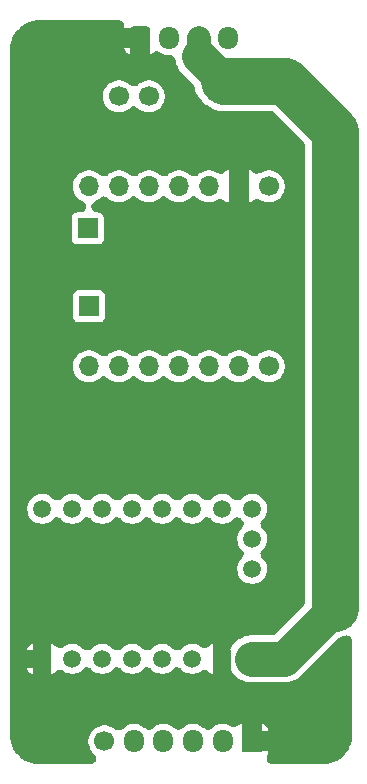
<source format=gbr>
%TF.GenerationSoftware,KiCad,Pcbnew,9.0.0*%
%TF.CreationDate,2025-04-12T21:57:36+03:00*%
%TF.ProjectId,kikad,6b696b61-642e-46b6-9963-61645f706362,rev?*%
%TF.SameCoordinates,Original*%
%TF.FileFunction,Copper,L2,Bot*%
%TF.FilePolarity,Positive*%
%FSLAX46Y46*%
G04 Gerber Fmt 4.6, Leading zero omitted, Abs format (unit mm)*
G04 Created by KiCad (PCBNEW 9.0.0) date 2025-04-12 21:57:36*
%MOMM*%
%LPD*%
G01*
G04 APERTURE LIST*
G04 Aperture macros list*
%AMRoundRect*
0 Rectangle with rounded corners*
0 $1 Rounding radius*
0 $2 $3 $4 $5 $6 $7 $8 $9 X,Y pos of 4 corners*
0 Add a 4 corners polygon primitive as box body*
4,1,4,$2,$3,$4,$5,$6,$7,$8,$9,$2,$3,0*
0 Add four circle primitives for the rounded corners*
1,1,$1+$1,$2,$3*
1,1,$1+$1,$4,$5*
1,1,$1+$1,$6,$7*
1,1,$1+$1,$8,$9*
0 Add four rect primitives between the rounded corners*
20,1,$1+$1,$2,$3,$4,$5,0*
20,1,$1+$1,$4,$5,$6,$7,0*
20,1,$1+$1,$6,$7,$8,$9,0*
20,1,$1+$1,$8,$9,$2,$3,0*%
G04 Aperture macros list end*
%TA.AperFunction,ComponentPad*%
%ADD10R,1.508000X1.508000*%
%TD*%
%TA.AperFunction,ComponentPad*%
%ADD11C,1.508000*%
%TD*%
%TA.AperFunction,ComponentPad*%
%ADD12C,1.700000*%
%TD*%
%TA.AperFunction,ComponentPad*%
%ADD13R,1.700000X1.700000*%
%TD*%
%TA.AperFunction,ComponentPad*%
%ADD14O,1.700000X1.700000*%
%TD*%
%TA.AperFunction,ComponentPad*%
%ADD15RoundRect,0.250000X-0.600000X-0.725000X0.600000X-0.725000X0.600000X0.725000X-0.600000X0.725000X0*%
%TD*%
%TA.AperFunction,ComponentPad*%
%ADD16O,1.700000X1.950000*%
%TD*%
%TA.AperFunction,ComponentPad*%
%ADD17R,1.700000X1.950000*%
%TD*%
%TA.AperFunction,Conductor*%
%ADD18C,4.000000*%
%TD*%
%TA.AperFunction,Conductor*%
%ADD19C,3.000000*%
%TD*%
%TA.AperFunction,Conductor*%
%ADD20C,2.000000*%
%TD*%
%TA.AperFunction,Conductor*%
%ADD21C,0.200000*%
%TD*%
G04 APERTURE END LIST*
D10*
%TO.P,U1,1,GND*%
%TO.N,GND*%
X166220000Y-108585000D03*
D11*
%TO.P,U1,2,VIO*%
%TO.N,+5V*%
X168760000Y-108585000D03*
%TO.P,U1,3,M1B*%
%TO.N,Net-(J2-Pin_1)*%
X171300000Y-108585000D03*
%TO.P,U1,4,M1A*%
%TO.N,Net-(J2-Pin_2)*%
X173840000Y-108585000D03*
%TO.P,U1,5,M2A*%
%TO.N,Net-(J2-Pin_3)*%
X176380000Y-108585000D03*
%TO.P,U1,6,M2B*%
%TO.N,Net-(J2-Pin_4)*%
X178920000Y-108585000D03*
D10*
%TO.P,U1,7,GND*%
%TO.N,GND*%
X181460000Y-108585000D03*
D11*
%TO.P,U1,8,VM*%
%TO.N,+12V*%
X184000000Y-108585000D03*
%TO.P,U1,9,DIR*%
%TO.N,Net-(U1-DIR)*%
X166220000Y-95885000D03*
%TO.P,U1,10,STEP*%
%TO.N,Net-(U1-STEP)*%
X168760000Y-95885000D03*
%TO.P,U1,11,PDN*%
%TO.N,unconnected-(U1-PDN-Pad11)*%
X171300000Y-95885000D03*
%TO.P,U1,12,UART*%
%TO.N,unconnected-(U1-UART-Pad12)*%
X173840000Y-95885000D03*
%TO.P,U1,13,SPRD*%
%TO.N,Net-(U1-SPRD)*%
X176380000Y-95885000D03*
%TO.P,U1,14,MS2*%
%TO.N,unconnected-(U1-MS2-Pad14)*%
X178920000Y-95885000D03*
%TO.P,U1,15,MS1*%
%TO.N,unconnected-(U1-MS1-Pad15)*%
X181460000Y-95885000D03*
%TO.P,U1,16,~{EN}*%
%TO.N,Net-(U1-~{EN})*%
X184000000Y-95885000D03*
%TO.P,U1,17,INDEX*%
%TO.N,unconnected-(U1-INDEX-Pad17)*%
X184000000Y-100965000D03*
%TO.P,U1,18,DIAG*%
%TO.N,unconnected-(U1-DIAG-Pad18)*%
X184000000Y-98425000D03*
%TD*%
D12*
%TO.P,REF\u002A\u002A,1*%
%TO.N,unconnected-(U2-PA5_A9_D9_MISO-Pad10)*%
X175260000Y-60960000D03*
%TD*%
%TO.P,REF\u002A\u002A,1*%
%TO.N,unconnected-(U2-PA7_A8_D8_SCK-Pad9)*%
X172720000Y-60960000D03*
%TD*%
D13*
%TO.P,REF\u002A\u002A,1*%
%TO.N,Net-(U1-SPRD)*%
X170080000Y-72140000D03*
%TD*%
%TO.P,REF\u002A\u002A,1*%
%TO.N,Net-(U2-PB08_A6_D6_TX)*%
X170180000Y-78740000D03*
%TD*%
D14*
%TO.P,U2,7,PB08_A6_D6_TX*%
%TO.N,Net-(U1-SPRD)*%
X170180000Y-68580000D03*
D12*
%TO.P,U2,0*%
%TO.N,Net-(J2-Pin_5)*%
X185420000Y-83820000D03*
D14*
%TO.P,U2,1,PA02_A0_D0*%
%TO.N,Net-(U1-~{EN})*%
X182880000Y-83820000D03*
%TO.P,U2,2,PA4_A1_D1*%
%TO.N,unconnected-(U1-MS1-Pad15)*%
X180340000Y-83820000D03*
%TO.P,U2,3,PA10_A2_D2*%
%TO.N,unconnected-(U1-MS2-Pad14)*%
X177800000Y-83820000D03*
%TO.P,U2,4,PA11_A3_D3*%
%TO.N,Net-(U1-STEP)*%
X175260000Y-83820000D03*
%TO.P,U2,5,PA8_A4_D4_SDA*%
%TO.N,Net-(U1-DIR)*%
X172720000Y-83820000D03*
%TO.P,U2,6,PA9_A5_D5_SCL*%
%TO.N,Net-(U2-PB08_A6_D6_TX)*%
X170180000Y-83820000D03*
%TO.P,U2,8,PB09_A7_D7_RX*%
%TO.N,unconnected-(U2-PA7_A8_D8_SCK-Pad9)*%
X172720000Y-68580000D03*
%TO.P,U2,9,PA7_A8_D8_SCK*%
%TO.N,unconnected-(U2-PA5_A9_D9_MISO-Pad10)*%
X175260000Y-68580000D03*
%TO.P,U2,10,PA5_A9_D9_MISO*%
%TO.N,Net-(D1-K)*%
X177800000Y-68580000D03*
%TO.P,U2,11,PA6_A10_D10_MOSI*%
%TO.N,N/C*%
X180340000Y-68580000D03*
D13*
%TO.P,U2,12,3V3*%
%TO.N,GND*%
X182880000Y-68580000D03*
D12*
%TO.P,U2,13,GND*%
%TO.N,+5V*%
X185420000Y-68580000D03*
%TD*%
D15*
%TO.P,J1,1,Pin_1*%
%TO.N,GND*%
X174500000Y-56000000D03*
D16*
%TO.P,J1,2,Pin_2*%
%TO.N,+5V*%
X177000000Y-56000000D03*
%TO.P,J1,3,Pin_3*%
%TO.N,+12V*%
X179500000Y-56000000D03*
%TO.P,J1,4,Pin_4*%
%TO.N,Net-(D1-K)*%
X182000000Y-56000000D03*
%TD*%
D12*
%TO.P,J2,1,Pin_1*%
%TO.N,Net-(J2-Pin_1)*%
X171500000Y-115570000D03*
D16*
%TO.P,J2,2,Pin_2*%
%TO.N,Net-(J2-Pin_2)*%
X174000000Y-115570000D03*
%TO.P,J2,3,Pin_3*%
%TO.N,Net-(J2-Pin_3)*%
X176500000Y-115570000D03*
%TO.P,J2,4,Pin_4*%
%TO.N,Net-(J2-Pin_4)*%
X179000000Y-115570000D03*
%TO.P,J2,5,Pin_5*%
%TO.N,Net-(J2-Pin_5)*%
X181500000Y-115570000D03*
D17*
%TO.P,J2,6,Pin_6*%
%TO.N,GND*%
X184000000Y-115570000D03*
%TD*%
D18*
%TO.N,+12V*%
X190999000Y-63884000D02*
X190999000Y-104276000D01*
D19*
X181610000Y-59690000D02*
X179500000Y-57580000D01*
D20*
X179500000Y-57580000D02*
X179500000Y-56000000D01*
D19*
X190999000Y-104276000D02*
X186690000Y-108585000D01*
D18*
X186805000Y-59690000D02*
X190999000Y-63884000D01*
X181610000Y-59690000D02*
X186805000Y-59690000D01*
D19*
X186690000Y-108585000D02*
X184000000Y-108585000D01*
D21*
X180380000Y-60920000D02*
X180340000Y-60960000D01*
%TD*%
%TA.AperFunction,Conductor*%
%TO.N,GND*%
G36*
X172817063Y-54520713D02*
G01*
X172946258Y-54579714D01*
X173053597Y-54672724D01*
X173130384Y-54792208D01*
X173170399Y-54928485D01*
X173170399Y-55070515D01*
X173164420Y-55103966D01*
X173160493Y-55122304D01*
X173157663Y-55149999D01*
X173157664Y-55150000D01*
X174001000Y-55150000D01*
X174141585Y-55170213D01*
X174270780Y-55229214D01*
X174378119Y-55322224D01*
X174454906Y-55441708D01*
X174479363Y-55525000D01*
X174437465Y-55525000D01*
X174316657Y-55557370D01*
X174208343Y-55619905D01*
X174119905Y-55708343D01*
X174057370Y-55816657D01*
X174025000Y-55937465D01*
X174025000Y-56062535D01*
X174057370Y-56183343D01*
X174119905Y-56291657D01*
X174208343Y-56380095D01*
X174316657Y-56442630D01*
X174437465Y-56475000D01*
X174562535Y-56475000D01*
X174683343Y-56442630D01*
X174791657Y-56380095D01*
X174880095Y-56291657D01*
X174942630Y-56183343D01*
X174975000Y-56062535D01*
X174975000Y-56017828D01*
X174991585Y-56020213D01*
X175120780Y-56079214D01*
X175228119Y-56172224D01*
X175304906Y-56291708D01*
X175344921Y-56427985D01*
X175350000Y-56499000D01*
X175350000Y-57432260D01*
X175419122Y-57409356D01*
X175568344Y-57317315D01*
X175593162Y-57292498D01*
X175706862Y-57207381D01*
X175839937Y-57157745D01*
X175981605Y-57147611D01*
X176120389Y-57177800D01*
X176239313Y-57241638D01*
X176292184Y-57280051D01*
X176481588Y-57376557D01*
X176481593Y-57376558D01*
X176481596Y-57376560D01*
X176683746Y-57442243D01*
X176683753Y-57442244D01*
X176683757Y-57442246D01*
X176683759Y-57442246D01*
X176683762Y-57442247D01*
X176893713Y-57475500D01*
X177030869Y-57475500D01*
X177171454Y-57495713D01*
X177300649Y-57554714D01*
X177407988Y-57647724D01*
X177484775Y-57767208D01*
X177524790Y-57903485D01*
X177525600Y-57909370D01*
X177533728Y-57971113D01*
X177601599Y-58224412D01*
X177601602Y-58224419D01*
X177701957Y-58466697D01*
X177701959Y-58466700D01*
X177701963Y-58466710D01*
X177833069Y-58693791D01*
X177833073Y-58693798D01*
X177992719Y-58901853D01*
X179021715Y-59930849D01*
X179106831Y-60044550D01*
X179155358Y-60172658D01*
X179203436Y-60383304D01*
X179203438Y-60383313D01*
X179203440Y-60383318D01*
X179296199Y-60648408D01*
X179361570Y-60784152D01*
X179418056Y-60901447D01*
X179462744Y-60972568D01*
X179567477Y-61139248D01*
X179567479Y-61139251D01*
X179567482Y-61139255D01*
X179742574Y-61358814D01*
X179742585Y-61358826D01*
X179941173Y-61557414D01*
X179941185Y-61557425D01*
X180079613Y-61667817D01*
X180160752Y-61732523D01*
X180398555Y-61881945D01*
X180651592Y-62003801D01*
X180916682Y-62096560D01*
X180916691Y-62096562D01*
X181190486Y-62159054D01*
X181190496Y-62159056D01*
X181418147Y-62184705D01*
X181469575Y-62190500D01*
X185562567Y-62190500D01*
X185703152Y-62210713D01*
X185832347Y-62269714D01*
X185915413Y-62336654D01*
X188352346Y-64773587D01*
X188437462Y-64887288D01*
X188487096Y-65020363D01*
X188498500Y-65126433D01*
X188498500Y-103740674D01*
X188478287Y-103881259D01*
X188419286Y-104010454D01*
X188352346Y-104093520D01*
X186007520Y-106438346D01*
X185893819Y-106523462D01*
X185760744Y-106573096D01*
X185654674Y-106584500D01*
X183868880Y-106584500D01*
X183834651Y-106589006D01*
X183608885Y-106618729D01*
X183416063Y-106670396D01*
X183355581Y-106686602D01*
X183355579Y-106686602D01*
X183355578Y-106686603D01*
X183113305Y-106786955D01*
X182886204Y-106918071D01*
X182886189Y-106918081D01*
X182678148Y-107077717D01*
X182604104Y-107151761D01*
X182604099Y-107151767D01*
X182492718Y-107263149D01*
X182333076Y-107471197D01*
X182201957Y-107698303D01*
X182107021Y-107927499D01*
X182101602Y-107940581D01*
X182033729Y-108193885D01*
X181999500Y-108453881D01*
X181999500Y-108716118D01*
X182033729Y-108976114D01*
X182062905Y-109085000D01*
X182101602Y-109229419D01*
X182201957Y-109471697D01*
X182333076Y-109698803D01*
X182492718Y-109906851D01*
X182678149Y-110092282D01*
X182886197Y-110251924D01*
X182886204Y-110251928D01*
X183113305Y-110383044D01*
X183158052Y-110401578D01*
X183355581Y-110483398D01*
X183608884Y-110551270D01*
X183868880Y-110585500D01*
X183868881Y-110585500D01*
X186821119Y-110585500D01*
X186821120Y-110585500D01*
X186951118Y-110568385D01*
X187081116Y-110551271D01*
X187334419Y-110483398D01*
X187576697Y-110383043D01*
X187803803Y-110251924D01*
X187894131Y-110182611D01*
X188011851Y-110092283D01*
X191239851Y-106864281D01*
X191285260Y-106830288D01*
X191328647Y-106793715D01*
X191340820Y-106788697D01*
X191353548Y-106779169D01*
X191458633Y-106736476D01*
X191470060Y-106733288D01*
X191692318Y-106682560D01*
X191850920Y-106627062D01*
X191866440Y-106622734D01*
X191921043Y-106615639D01*
X191975061Y-106605038D01*
X191991205Y-106606524D01*
X192007286Y-106604435D01*
X192061676Y-106613011D01*
X192116493Y-106618058D01*
X192131563Y-106624031D01*
X192147583Y-106626558D01*
X192197354Y-106650111D01*
X192248528Y-106670396D01*
X192261305Y-106680374D01*
X192275964Y-106687311D01*
X192317081Y-106723931D01*
X192360469Y-106757813D01*
X192369919Y-106770988D01*
X192382028Y-106781773D01*
X192411162Y-106828491D01*
X192443248Y-106873226D01*
X192448602Y-106888528D01*
X192457184Y-106902289D01*
X192471976Y-106955327D01*
X192490158Y-107007286D01*
X192492131Y-107027592D01*
X192495341Y-107039098D01*
X192495084Y-107057964D01*
X192499500Y-107103389D01*
X192499500Y-114984915D01*
X192498590Y-115015044D01*
X192483098Y-115271158D01*
X192475834Y-115330978D01*
X192432310Y-115568476D01*
X192417890Y-115626980D01*
X192346052Y-115857518D01*
X192324684Y-115913861D01*
X192225586Y-116134048D01*
X192197583Y-116187404D01*
X192072661Y-116394050D01*
X192038431Y-116443640D01*
X191995481Y-116498462D01*
X191889516Y-116633717D01*
X191849557Y-116678820D01*
X191678820Y-116849557D01*
X191633717Y-116889516D01*
X191443641Y-117038431D01*
X191394050Y-117072661D01*
X191187404Y-117197583D01*
X191134048Y-117225586D01*
X190913861Y-117324684D01*
X190857518Y-117346052D01*
X190626980Y-117417890D01*
X190568476Y-117432310D01*
X190384446Y-117466035D01*
X190330975Y-117475834D01*
X190271158Y-117483098D01*
X190015044Y-117498590D01*
X189984915Y-117499500D01*
X185745367Y-117499500D01*
X185604782Y-117479287D01*
X185475587Y-117420286D01*
X185368248Y-117327276D01*
X185291461Y-117207792D01*
X185251446Y-117071515D01*
X185251446Y-116929485D01*
X185283185Y-116821390D01*
X185280880Y-116820530D01*
X185343597Y-116652374D01*
X185350000Y-116592824D01*
X185350000Y-116420000D01*
X184499000Y-116420000D01*
X184358415Y-116399787D01*
X184229220Y-116340786D01*
X184121881Y-116247776D01*
X184045094Y-116128292D01*
X184020637Y-116045000D01*
X184062535Y-116045000D01*
X184183343Y-116012630D01*
X184291657Y-115950095D01*
X184380095Y-115861657D01*
X184442630Y-115753343D01*
X184475000Y-115632535D01*
X184475000Y-115507465D01*
X184442630Y-115386657D01*
X184380095Y-115278343D01*
X184291657Y-115189905D01*
X184183343Y-115127370D01*
X184062535Y-115095000D01*
X183937465Y-115095000D01*
X183816657Y-115127370D01*
X183708343Y-115189905D01*
X183619905Y-115278343D01*
X183557370Y-115386657D01*
X183525000Y-115507465D01*
X183525000Y-115552171D01*
X183508415Y-115549787D01*
X183379220Y-115490786D01*
X183271881Y-115397776D01*
X183195094Y-115278292D01*
X183155079Y-115142015D01*
X183150000Y-115071000D01*
X183150000Y-114720000D01*
X184850000Y-114720000D01*
X185350000Y-114720000D01*
X185350000Y-114547175D01*
X185343597Y-114487625D01*
X185293352Y-114352910D01*
X185293351Y-114352909D01*
X185207188Y-114237811D01*
X185092090Y-114151648D01*
X185092089Y-114151647D01*
X184957374Y-114101402D01*
X184897825Y-114095000D01*
X184850000Y-114095000D01*
X184850000Y-114720000D01*
X183150000Y-114720000D01*
X183150000Y-114095000D01*
X183102175Y-114095000D01*
X183042625Y-114101402D01*
X182907910Y-114151647D01*
X182907909Y-114151648D01*
X182764244Y-114259197D01*
X182761402Y-114255401D01*
X182702539Y-114299438D01*
X182569449Y-114349033D01*
X182427777Y-114359123D01*
X182289002Y-114328891D01*
X182225700Y-114298036D01*
X182225286Y-114298850D01*
X182105489Y-114237811D01*
X182018412Y-114193443D01*
X182018409Y-114193442D01*
X182018403Y-114193439D01*
X181816253Y-114127756D01*
X181816237Y-114127752D01*
X181606287Y-114094500D01*
X181393713Y-114094500D01*
X181183762Y-114127752D01*
X181183746Y-114127756D01*
X180981596Y-114193439D01*
X180981588Y-114193443D01*
X180792192Y-114289944D01*
X180792182Y-114289950D01*
X180620205Y-114414898D01*
X180602846Y-114432257D01*
X180489145Y-114517373D01*
X180356070Y-114567007D01*
X180214402Y-114577140D01*
X180075617Y-114546949D01*
X179950960Y-114478881D01*
X179897154Y-114432257D01*
X179879799Y-114414902D01*
X179879794Y-114414898D01*
X179879792Y-114414896D01*
X179707816Y-114289949D01*
X179707811Y-114289946D01*
X179707807Y-114289944D01*
X179605489Y-114237811D01*
X179518412Y-114193443D01*
X179518409Y-114193442D01*
X179518403Y-114193439D01*
X179316253Y-114127756D01*
X179316237Y-114127752D01*
X179106287Y-114094500D01*
X178893713Y-114094500D01*
X178683762Y-114127752D01*
X178683746Y-114127756D01*
X178481596Y-114193439D01*
X178481588Y-114193443D01*
X178292192Y-114289944D01*
X178292182Y-114289950D01*
X178120205Y-114414898D01*
X178102846Y-114432257D01*
X177989145Y-114517373D01*
X177856070Y-114567007D01*
X177714402Y-114577140D01*
X177575617Y-114546949D01*
X177450960Y-114478881D01*
X177397154Y-114432257D01*
X177379799Y-114414902D01*
X177379794Y-114414898D01*
X177379792Y-114414896D01*
X177207816Y-114289949D01*
X177207811Y-114289946D01*
X177207807Y-114289944D01*
X177105489Y-114237811D01*
X177018412Y-114193443D01*
X177018409Y-114193442D01*
X177018403Y-114193439D01*
X176816253Y-114127756D01*
X176816237Y-114127752D01*
X176606287Y-114094500D01*
X176393713Y-114094500D01*
X176183762Y-114127752D01*
X176183746Y-114127756D01*
X175981596Y-114193439D01*
X175981588Y-114193443D01*
X175792192Y-114289944D01*
X175792182Y-114289950D01*
X175620205Y-114414898D01*
X175602846Y-114432257D01*
X175489145Y-114517373D01*
X175356070Y-114567007D01*
X175214402Y-114577140D01*
X175075617Y-114546949D01*
X174950960Y-114478881D01*
X174897154Y-114432257D01*
X174879799Y-114414902D01*
X174879794Y-114414898D01*
X174879792Y-114414896D01*
X174707816Y-114289949D01*
X174707811Y-114289946D01*
X174707807Y-114289944D01*
X174605489Y-114237811D01*
X174518412Y-114193443D01*
X174518409Y-114193442D01*
X174518403Y-114193439D01*
X174316253Y-114127756D01*
X174316237Y-114127752D01*
X174106287Y-114094500D01*
X173893713Y-114094500D01*
X173683762Y-114127752D01*
X173683746Y-114127756D01*
X173481596Y-114193439D01*
X173481588Y-114193443D01*
X173292192Y-114289944D01*
X173292182Y-114289950D01*
X173120205Y-114414898D01*
X173120200Y-114414902D01*
X173037592Y-114497510D01*
X172923891Y-114582625D01*
X172790816Y-114632259D01*
X172649147Y-114642390D01*
X172510363Y-114612199D01*
X172391444Y-114548362D01*
X172379793Y-114539897D01*
X172379792Y-114539896D01*
X172207816Y-114414949D01*
X172207811Y-114414946D01*
X172207807Y-114414944D01*
X172038917Y-114328891D01*
X172018412Y-114318443D01*
X172018409Y-114318442D01*
X172018403Y-114318439D01*
X171816253Y-114252756D01*
X171816237Y-114252752D01*
X171606287Y-114219500D01*
X171393713Y-114219500D01*
X171183762Y-114252752D01*
X171183746Y-114252756D01*
X170981596Y-114318439D01*
X170981588Y-114318443D01*
X170792192Y-114414944D01*
X170792182Y-114414950D01*
X170620205Y-114539898D01*
X170469898Y-114690205D01*
X170344950Y-114862182D01*
X170344944Y-114862192D01*
X170248443Y-115051588D01*
X170248439Y-115051596D01*
X170182756Y-115253746D01*
X170182752Y-115253762D01*
X170149500Y-115463712D01*
X170149500Y-115676287D01*
X170182752Y-115886237D01*
X170182756Y-115886253D01*
X170248439Y-116088403D01*
X170248442Y-116088409D01*
X170248443Y-116088412D01*
X170268763Y-116128292D01*
X170312133Y-116213412D01*
X170344949Y-116277816D01*
X170469896Y-116449792D01*
X170469898Y-116449794D01*
X170469902Y-116449799D01*
X170620201Y-116600098D01*
X170635110Y-116612831D01*
X170633770Y-116614399D01*
X170717514Y-116695784D01*
X170787356Y-116819456D01*
X170819526Y-116957795D01*
X170811419Y-117099594D01*
X170763690Y-117233364D01*
X170680208Y-117348270D01*
X170567734Y-117435001D01*
X170435382Y-117486531D01*
X170322357Y-117499500D01*
X166015085Y-117499500D01*
X165984956Y-117498590D01*
X165728841Y-117483098D01*
X165669026Y-117475834D01*
X165562410Y-117456296D01*
X165431523Y-117432310D01*
X165373019Y-117417890D01*
X165142481Y-117346052D01*
X165086138Y-117324684D01*
X164865951Y-117225586D01*
X164812595Y-117197583D01*
X164605949Y-117072661D01*
X164556367Y-117038437D01*
X164366275Y-116889510D01*
X164321179Y-116849557D01*
X164150442Y-116678820D01*
X164110490Y-116633725D01*
X163961559Y-116443629D01*
X163927338Y-116394050D01*
X163857073Y-116277817D01*
X163802412Y-116187396D01*
X163774417Y-116134056D01*
X163675312Y-115913854D01*
X163653947Y-115857518D01*
X163582109Y-115626980D01*
X163567689Y-115568476D01*
X163557752Y-115514250D01*
X163524162Y-115330958D01*
X163516902Y-115271168D01*
X163501410Y-115015042D01*
X163500500Y-114984915D01*
X163500500Y-109386824D01*
X164966000Y-109386824D01*
X164972402Y-109446374D01*
X165022647Y-109581089D01*
X165022648Y-109581090D01*
X165108811Y-109696188D01*
X165223909Y-109782351D01*
X165223910Y-109782352D01*
X165358625Y-109832597D01*
X165418175Y-109839000D01*
X165466000Y-109839000D01*
X165466000Y-109339000D01*
X164966000Y-109339000D01*
X164966000Y-109386824D01*
X163500500Y-109386824D01*
X163500500Y-108519174D01*
X165720000Y-108519174D01*
X165720000Y-108650826D01*
X165754075Y-108777993D01*
X165819901Y-108892007D01*
X165912993Y-108985099D01*
X166027007Y-109050925D01*
X166154174Y-109085000D01*
X166285826Y-109085000D01*
X166412993Y-109050925D01*
X166527007Y-108985099D01*
X166620099Y-108892007D01*
X166685925Y-108777993D01*
X166720000Y-108650826D01*
X166720000Y-108519174D01*
X166685925Y-108392007D01*
X166620099Y-108277993D01*
X166527007Y-108184901D01*
X166412993Y-108119075D01*
X166285826Y-108085000D01*
X166154174Y-108085000D01*
X166027007Y-108119075D01*
X165912993Y-108184901D01*
X165819901Y-108277993D01*
X165754075Y-108392007D01*
X165720000Y-108519174D01*
X163500500Y-108519174D01*
X163500500Y-107783175D01*
X164966000Y-107783175D01*
X164966000Y-107831000D01*
X165466000Y-107831000D01*
X165466000Y-107331000D01*
X166974000Y-107331000D01*
X166974000Y-109839000D01*
X167021825Y-109839000D01*
X167081374Y-109832597D01*
X167216089Y-109782352D01*
X167216090Y-109782351D01*
X167331191Y-109696186D01*
X167356424Y-109670954D01*
X167357185Y-109671715D01*
X167427079Y-109601820D01*
X167551736Y-109533751D01*
X167690520Y-109503560D01*
X167832188Y-109513691D01*
X167965264Y-109563324D01*
X168019427Y-109597589D01*
X168096401Y-109653514D01*
X168102499Y-109657944D01*
X168278439Y-109747591D01*
X168466237Y-109808610D01*
X168661269Y-109839500D01*
X168661270Y-109839500D01*
X168858730Y-109839500D01*
X168858731Y-109839500D01*
X169053763Y-109808610D01*
X169241561Y-109747591D01*
X169417501Y-109657944D01*
X169577252Y-109541879D01*
X169577256Y-109541874D01*
X169577259Y-109541873D01*
X169677154Y-109441978D01*
X169790855Y-109356862D01*
X169923930Y-109307228D01*
X170065598Y-109297095D01*
X170204383Y-109327286D01*
X170329040Y-109395354D01*
X170382846Y-109441978D01*
X170482741Y-109541873D01*
X170482745Y-109541876D01*
X170482748Y-109541879D01*
X170536718Y-109581090D01*
X170642494Y-109657941D01*
X170642496Y-109657942D01*
X170642499Y-109657944D01*
X170818439Y-109747591D01*
X171006237Y-109808610D01*
X171201269Y-109839500D01*
X171201270Y-109839500D01*
X171398730Y-109839500D01*
X171398731Y-109839500D01*
X171593763Y-109808610D01*
X171781561Y-109747591D01*
X171957501Y-109657944D01*
X172117252Y-109541879D01*
X172117256Y-109541874D01*
X172117259Y-109541873D01*
X172217154Y-109441978D01*
X172330855Y-109356862D01*
X172463930Y-109307228D01*
X172605598Y-109297095D01*
X172744383Y-109327286D01*
X172869040Y-109395354D01*
X172922846Y-109441978D01*
X173022741Y-109541873D01*
X173022745Y-109541876D01*
X173022748Y-109541879D01*
X173076718Y-109581090D01*
X173182494Y-109657941D01*
X173182496Y-109657942D01*
X173182499Y-109657944D01*
X173358439Y-109747591D01*
X173546237Y-109808610D01*
X173741269Y-109839500D01*
X173741270Y-109839500D01*
X173938730Y-109839500D01*
X173938731Y-109839500D01*
X174133763Y-109808610D01*
X174321561Y-109747591D01*
X174497501Y-109657944D01*
X174657252Y-109541879D01*
X174657256Y-109541874D01*
X174657259Y-109541873D01*
X174757154Y-109441978D01*
X174870855Y-109356862D01*
X175003930Y-109307228D01*
X175145598Y-109297095D01*
X175284383Y-109327286D01*
X175409040Y-109395354D01*
X175462846Y-109441978D01*
X175562741Y-109541873D01*
X175562745Y-109541876D01*
X175562748Y-109541879D01*
X175616718Y-109581090D01*
X175722494Y-109657941D01*
X175722496Y-109657942D01*
X175722499Y-109657944D01*
X175898439Y-109747591D01*
X176086237Y-109808610D01*
X176281269Y-109839500D01*
X176281270Y-109839500D01*
X176478730Y-109839500D01*
X176478731Y-109839500D01*
X176673763Y-109808610D01*
X176861561Y-109747591D01*
X177037501Y-109657944D01*
X177197252Y-109541879D01*
X177197256Y-109541874D01*
X177197259Y-109541873D01*
X177297154Y-109441978D01*
X177410855Y-109356862D01*
X177543930Y-109307228D01*
X177685598Y-109297095D01*
X177824383Y-109327286D01*
X177949040Y-109395354D01*
X178002846Y-109441978D01*
X178102741Y-109541873D01*
X178102745Y-109541876D01*
X178102748Y-109541879D01*
X178156718Y-109581090D01*
X178262494Y-109657941D01*
X178262496Y-109657942D01*
X178262499Y-109657944D01*
X178438439Y-109747591D01*
X178626237Y-109808610D01*
X178821269Y-109839500D01*
X178821270Y-109839500D01*
X179018730Y-109839500D01*
X179018731Y-109839500D01*
X179213763Y-109808610D01*
X179401561Y-109747591D01*
X179577501Y-109657944D01*
X179660576Y-109597586D01*
X179786185Y-109531309D01*
X179925386Y-109503102D01*
X180066896Y-109515255D01*
X180199249Y-109566784D01*
X180311724Y-109653514D01*
X180344436Y-109691814D01*
X180348808Y-109696186D01*
X180463909Y-109782351D01*
X180463910Y-109782352D01*
X180598625Y-109832597D01*
X180658175Y-109839000D01*
X180706000Y-109839000D01*
X180706000Y-108519174D01*
X180960000Y-108519174D01*
X180960000Y-108650826D01*
X180994075Y-108777993D01*
X181059901Y-108892007D01*
X181152993Y-108985099D01*
X181267007Y-109050925D01*
X181394174Y-109085000D01*
X181525826Y-109085000D01*
X181652993Y-109050925D01*
X181767007Y-108985099D01*
X181860099Y-108892007D01*
X181925925Y-108777993D01*
X181960000Y-108650826D01*
X181960000Y-108519174D01*
X181925925Y-108392007D01*
X181860099Y-108277993D01*
X181767007Y-108184901D01*
X181652993Y-108119075D01*
X181525826Y-108085000D01*
X181394174Y-108085000D01*
X181267007Y-108119075D01*
X181152993Y-108184901D01*
X181059901Y-108277993D01*
X180994075Y-108392007D01*
X180960000Y-108519174D01*
X180706000Y-108519174D01*
X180706000Y-107331000D01*
X180658175Y-107331000D01*
X180598625Y-107337402D01*
X180463910Y-107387647D01*
X180463909Y-107387648D01*
X180348808Y-107473813D01*
X180323576Y-107499046D01*
X180322814Y-107498284D01*
X180252900Y-107568194D01*
X180128240Y-107636256D01*
X179989454Y-107666441D01*
X179847786Y-107656303D01*
X179714713Y-107606663D01*
X179660581Y-107572416D01*
X179577501Y-107512056D01*
X179401561Y-107422409D01*
X179213763Y-107361390D01*
X179213760Y-107361389D01*
X179062309Y-107337402D01*
X179018731Y-107330500D01*
X178821269Y-107330500D01*
X178784566Y-107336313D01*
X178626239Y-107361389D01*
X178438442Y-107422408D01*
X178438439Y-107422409D01*
X178352026Y-107466439D01*
X178262494Y-107512058D01*
X178102745Y-107628123D01*
X178002846Y-107728022D01*
X177889145Y-107813138D01*
X177756070Y-107862772D01*
X177614402Y-107872905D01*
X177475617Y-107842714D01*
X177350960Y-107774646D01*
X177297154Y-107728022D01*
X177197259Y-107628127D01*
X177197254Y-107628123D01*
X177197252Y-107628121D01*
X177114769Y-107568194D01*
X177037505Y-107512058D01*
X177010472Y-107498284D01*
X176861561Y-107422409D01*
X176673763Y-107361390D01*
X176673760Y-107361389D01*
X176522309Y-107337402D01*
X176478731Y-107330500D01*
X176281269Y-107330500D01*
X176244566Y-107336313D01*
X176086239Y-107361389D01*
X175898442Y-107422408D01*
X175898439Y-107422409D01*
X175812026Y-107466439D01*
X175722494Y-107512058D01*
X175562745Y-107628123D01*
X175462846Y-107728022D01*
X175349145Y-107813138D01*
X175216070Y-107862772D01*
X175074402Y-107872905D01*
X174935617Y-107842714D01*
X174810960Y-107774646D01*
X174757154Y-107728022D01*
X174657259Y-107628127D01*
X174657254Y-107628123D01*
X174657252Y-107628121D01*
X174574769Y-107568194D01*
X174497505Y-107512058D01*
X174470472Y-107498284D01*
X174321561Y-107422409D01*
X174133763Y-107361390D01*
X174133760Y-107361389D01*
X173982309Y-107337402D01*
X173938731Y-107330500D01*
X173741269Y-107330500D01*
X173704566Y-107336313D01*
X173546239Y-107361389D01*
X173358442Y-107422408D01*
X173358439Y-107422409D01*
X173272026Y-107466439D01*
X173182494Y-107512058D01*
X173022745Y-107628123D01*
X172922846Y-107728022D01*
X172809145Y-107813138D01*
X172676070Y-107862772D01*
X172534402Y-107872905D01*
X172395617Y-107842714D01*
X172270960Y-107774646D01*
X172217154Y-107728022D01*
X172117259Y-107628127D01*
X172117254Y-107628123D01*
X172117252Y-107628121D01*
X172034769Y-107568194D01*
X171957505Y-107512058D01*
X171930472Y-107498284D01*
X171781561Y-107422409D01*
X171593763Y-107361390D01*
X171593760Y-107361389D01*
X171442309Y-107337402D01*
X171398731Y-107330500D01*
X171201269Y-107330500D01*
X171164566Y-107336313D01*
X171006239Y-107361389D01*
X170818442Y-107422408D01*
X170818439Y-107422409D01*
X170732026Y-107466439D01*
X170642494Y-107512058D01*
X170482745Y-107628123D01*
X170382846Y-107728022D01*
X170269145Y-107813138D01*
X170136070Y-107862772D01*
X169994402Y-107872905D01*
X169855617Y-107842714D01*
X169730960Y-107774646D01*
X169677154Y-107728022D01*
X169577259Y-107628127D01*
X169577254Y-107628123D01*
X169577252Y-107628121D01*
X169494769Y-107568194D01*
X169417505Y-107512058D01*
X169390472Y-107498284D01*
X169241561Y-107422409D01*
X169053763Y-107361390D01*
X169053760Y-107361389D01*
X168902309Y-107337402D01*
X168858731Y-107330500D01*
X168661269Y-107330500D01*
X168624566Y-107336313D01*
X168466239Y-107361389D01*
X168278442Y-107422408D01*
X168278439Y-107422409D01*
X168168972Y-107478186D01*
X168102495Y-107512058D01*
X168019425Y-107572412D01*
X167893808Y-107638692D01*
X167754607Y-107666897D01*
X167613098Y-107654742D01*
X167480745Y-107603212D01*
X167368271Y-107516481D01*
X167335564Y-107478186D01*
X167331191Y-107473813D01*
X167216090Y-107387648D01*
X167216089Y-107387647D01*
X167081374Y-107337402D01*
X167021825Y-107331000D01*
X166974000Y-107331000D01*
X165466000Y-107331000D01*
X165418175Y-107331000D01*
X165358625Y-107337402D01*
X165223910Y-107387647D01*
X165223909Y-107387648D01*
X165108811Y-107473811D01*
X165022648Y-107588909D01*
X165022647Y-107588910D01*
X164972402Y-107723625D01*
X164966000Y-107783175D01*
X163500500Y-107783175D01*
X163500500Y-95786269D01*
X164965500Y-95786269D01*
X164965500Y-95983730D01*
X164996389Y-96178760D01*
X164996390Y-96178763D01*
X165057409Y-96366561D01*
X165143882Y-96536271D01*
X165147058Y-96542505D01*
X165203142Y-96619698D01*
X165263121Y-96702252D01*
X165263123Y-96702254D01*
X165263127Y-96702259D01*
X165402741Y-96841873D01*
X165402745Y-96841876D01*
X165402748Y-96841879D01*
X165492937Y-96907405D01*
X165562494Y-96957941D01*
X165562496Y-96957942D01*
X165562499Y-96957944D01*
X165738439Y-97047591D01*
X165926237Y-97108610D01*
X166121269Y-97139500D01*
X166121270Y-97139500D01*
X166318730Y-97139500D01*
X166318731Y-97139500D01*
X166513763Y-97108610D01*
X166701561Y-97047591D01*
X166877501Y-96957944D01*
X167037252Y-96841879D01*
X167037256Y-96841874D01*
X167037259Y-96841873D01*
X167137154Y-96741978D01*
X167250855Y-96656862D01*
X167383930Y-96607228D01*
X167525598Y-96597095D01*
X167664383Y-96627286D01*
X167789040Y-96695354D01*
X167842846Y-96741978D01*
X167942741Y-96841873D01*
X167942745Y-96841876D01*
X167942748Y-96841879D01*
X168032937Y-96907405D01*
X168102494Y-96957941D01*
X168102496Y-96957942D01*
X168102499Y-96957944D01*
X168278439Y-97047591D01*
X168466237Y-97108610D01*
X168661269Y-97139500D01*
X168661270Y-97139500D01*
X168858730Y-97139500D01*
X168858731Y-97139500D01*
X169053763Y-97108610D01*
X169241561Y-97047591D01*
X169417501Y-96957944D01*
X169577252Y-96841879D01*
X169577256Y-96841874D01*
X169577259Y-96841873D01*
X169677154Y-96741978D01*
X169790855Y-96656862D01*
X169923930Y-96607228D01*
X170065598Y-96597095D01*
X170204383Y-96627286D01*
X170329040Y-96695354D01*
X170382846Y-96741978D01*
X170482741Y-96841873D01*
X170482745Y-96841876D01*
X170482748Y-96841879D01*
X170572937Y-96907405D01*
X170642494Y-96957941D01*
X170642496Y-96957942D01*
X170642499Y-96957944D01*
X170818439Y-97047591D01*
X171006237Y-97108610D01*
X171201269Y-97139500D01*
X171201270Y-97139500D01*
X171398730Y-97139500D01*
X171398731Y-97139500D01*
X171593763Y-97108610D01*
X171781561Y-97047591D01*
X171957501Y-96957944D01*
X172117252Y-96841879D01*
X172117256Y-96841874D01*
X172117259Y-96841873D01*
X172217154Y-96741978D01*
X172330855Y-96656862D01*
X172463930Y-96607228D01*
X172605598Y-96597095D01*
X172744383Y-96627286D01*
X172869040Y-96695354D01*
X172922846Y-96741978D01*
X173022741Y-96841873D01*
X173022745Y-96841876D01*
X173022748Y-96841879D01*
X173112937Y-96907405D01*
X173182494Y-96957941D01*
X173182496Y-96957942D01*
X173182499Y-96957944D01*
X173358439Y-97047591D01*
X173546237Y-97108610D01*
X173741269Y-97139500D01*
X173741270Y-97139500D01*
X173938730Y-97139500D01*
X173938731Y-97139500D01*
X174133763Y-97108610D01*
X174321561Y-97047591D01*
X174497501Y-96957944D01*
X174657252Y-96841879D01*
X174657256Y-96841874D01*
X174657259Y-96841873D01*
X174757154Y-96741978D01*
X174870855Y-96656862D01*
X175003930Y-96607228D01*
X175145598Y-96597095D01*
X175284383Y-96627286D01*
X175409040Y-96695354D01*
X175462846Y-96741978D01*
X175562741Y-96841873D01*
X175562745Y-96841876D01*
X175562748Y-96841879D01*
X175652937Y-96907405D01*
X175722494Y-96957941D01*
X175722496Y-96957942D01*
X175722499Y-96957944D01*
X175898439Y-97047591D01*
X176086237Y-97108610D01*
X176281269Y-97139500D01*
X176281270Y-97139500D01*
X176478730Y-97139500D01*
X176478731Y-97139500D01*
X176673763Y-97108610D01*
X176861561Y-97047591D01*
X177037501Y-96957944D01*
X177197252Y-96841879D01*
X177197256Y-96841874D01*
X177197259Y-96841873D01*
X177297154Y-96741978D01*
X177410855Y-96656862D01*
X177543930Y-96607228D01*
X177685598Y-96597095D01*
X177824383Y-96627286D01*
X177949040Y-96695354D01*
X178002846Y-96741978D01*
X178102741Y-96841873D01*
X178102745Y-96841876D01*
X178102748Y-96841879D01*
X178192937Y-96907405D01*
X178262494Y-96957941D01*
X178262496Y-96957942D01*
X178262499Y-96957944D01*
X178438439Y-97047591D01*
X178626237Y-97108610D01*
X178821269Y-97139500D01*
X178821270Y-97139500D01*
X179018730Y-97139500D01*
X179018731Y-97139500D01*
X179213763Y-97108610D01*
X179401561Y-97047591D01*
X179577501Y-96957944D01*
X179737252Y-96841879D01*
X179737256Y-96841874D01*
X179737259Y-96841873D01*
X179837154Y-96741978D01*
X179950855Y-96656862D01*
X180083930Y-96607228D01*
X180225598Y-96597095D01*
X180364383Y-96627286D01*
X180489040Y-96695354D01*
X180542846Y-96741978D01*
X180642741Y-96841873D01*
X180642745Y-96841876D01*
X180642748Y-96841879D01*
X180732937Y-96907405D01*
X180802494Y-96957941D01*
X180802496Y-96957942D01*
X180802499Y-96957944D01*
X180978439Y-97047591D01*
X181166237Y-97108610D01*
X181361269Y-97139500D01*
X181361270Y-97139500D01*
X181558730Y-97139500D01*
X181558731Y-97139500D01*
X181753763Y-97108610D01*
X181941561Y-97047591D01*
X182117501Y-96957944D01*
X182277252Y-96841879D01*
X182277256Y-96841874D01*
X182277259Y-96841873D01*
X182377154Y-96741978D01*
X182405721Y-96720592D01*
X182430960Y-96695354D01*
X182462285Y-96678248D01*
X182490855Y-96656862D01*
X182524292Y-96644390D01*
X182555617Y-96627286D01*
X182590493Y-96619698D01*
X182623930Y-96607228D01*
X182659525Y-96604681D01*
X182694402Y-96597095D01*
X182730000Y-96599641D01*
X182765598Y-96597095D01*
X182800474Y-96604681D01*
X182836070Y-96607228D01*
X182869506Y-96619698D01*
X182904383Y-96627286D01*
X182935707Y-96644390D01*
X182969145Y-96656862D01*
X182997714Y-96678248D01*
X183029040Y-96695354D01*
X183082846Y-96741978D01*
X183143022Y-96802154D01*
X183228138Y-96915855D01*
X183277772Y-97048930D01*
X183287905Y-97190598D01*
X183257714Y-97329383D01*
X183189646Y-97454040D01*
X183143022Y-97507846D01*
X183043123Y-97607745D01*
X182927058Y-97767494D01*
X182881439Y-97857026D01*
X182837409Y-97943439D01*
X182837408Y-97943441D01*
X182837408Y-97943442D01*
X182776389Y-98131239D01*
X182745500Y-98326269D01*
X182745500Y-98523730D01*
X182776389Y-98718760D01*
X182776390Y-98718763D01*
X182837409Y-98906561D01*
X182923882Y-99076271D01*
X182927058Y-99082505D01*
X182999437Y-99182125D01*
X183043121Y-99242252D01*
X183043123Y-99242254D01*
X183043127Y-99242259D01*
X183143022Y-99342154D01*
X183228138Y-99455855D01*
X183277772Y-99588930D01*
X183287905Y-99730598D01*
X183257714Y-99869383D01*
X183189646Y-99994040D01*
X183143022Y-100047846D01*
X183043123Y-100147745D01*
X182927058Y-100307494D01*
X182881439Y-100397026D01*
X182837409Y-100483439D01*
X182837408Y-100483441D01*
X182837408Y-100483442D01*
X182776389Y-100671239D01*
X182745500Y-100866269D01*
X182745500Y-101063730D01*
X182776389Y-101258760D01*
X182776390Y-101258763D01*
X182837409Y-101446561D01*
X182923882Y-101616271D01*
X182927058Y-101622505D01*
X182999437Y-101722125D01*
X183043121Y-101782252D01*
X183043123Y-101782254D01*
X183043127Y-101782259D01*
X183182741Y-101921873D01*
X183182745Y-101921876D01*
X183182748Y-101921879D01*
X183272937Y-101987405D01*
X183342494Y-102037941D01*
X183342496Y-102037942D01*
X183342499Y-102037944D01*
X183518439Y-102127591D01*
X183706237Y-102188610D01*
X183901269Y-102219500D01*
X183901270Y-102219500D01*
X184098730Y-102219500D01*
X184098731Y-102219500D01*
X184293763Y-102188610D01*
X184481561Y-102127591D01*
X184657501Y-102037944D01*
X184817252Y-101921879D01*
X184817256Y-101921874D01*
X184817259Y-101921873D01*
X184956873Y-101782259D01*
X184956874Y-101782256D01*
X184956879Y-101782252D01*
X185072944Y-101622501D01*
X185162591Y-101446561D01*
X185223610Y-101258763D01*
X185254500Y-101063731D01*
X185254500Y-100866269D01*
X185223610Y-100671237D01*
X185162591Y-100483439D01*
X185072944Y-100307499D01*
X185072942Y-100307496D01*
X185072941Y-100307494D01*
X185022405Y-100237937D01*
X184956879Y-100147748D01*
X184956876Y-100147745D01*
X184956873Y-100147741D01*
X184856978Y-100047846D01*
X184771862Y-99934145D01*
X184722228Y-99801070D01*
X184712095Y-99659402D01*
X184742286Y-99520617D01*
X184810354Y-99395960D01*
X184856978Y-99342154D01*
X184956873Y-99242259D01*
X184956874Y-99242256D01*
X184956879Y-99242252D01*
X185072944Y-99082501D01*
X185162591Y-98906561D01*
X185223610Y-98718763D01*
X185254500Y-98523731D01*
X185254500Y-98326269D01*
X185223610Y-98131237D01*
X185162591Y-97943439D01*
X185072944Y-97767499D01*
X185072942Y-97767496D01*
X185072941Y-97767494D01*
X185022405Y-97697937D01*
X184956879Y-97607748D01*
X184956876Y-97607745D01*
X184956873Y-97607741D01*
X184856978Y-97507846D01*
X184771862Y-97394145D01*
X184722228Y-97261070D01*
X184712095Y-97119402D01*
X184742286Y-96980617D01*
X184810354Y-96855960D01*
X184856978Y-96802154D01*
X184956873Y-96702259D01*
X184956874Y-96702256D01*
X184956879Y-96702252D01*
X185072944Y-96542501D01*
X185162591Y-96366561D01*
X185223610Y-96178763D01*
X185254500Y-95983731D01*
X185254500Y-95786269D01*
X185223610Y-95591237D01*
X185162591Y-95403439D01*
X185072944Y-95227499D01*
X185072942Y-95227496D01*
X185072941Y-95227494D01*
X185022405Y-95157937D01*
X184956879Y-95067748D01*
X184956876Y-95067745D01*
X184956873Y-95067741D01*
X184817259Y-94928127D01*
X184817254Y-94928123D01*
X184817252Y-94928121D01*
X184757125Y-94884437D01*
X184657505Y-94812058D01*
X184651271Y-94808882D01*
X184481561Y-94722409D01*
X184293763Y-94661390D01*
X184293760Y-94661389D01*
X184143941Y-94637660D01*
X184098731Y-94630500D01*
X183901269Y-94630500D01*
X183864566Y-94636313D01*
X183706239Y-94661389D01*
X183518442Y-94722408D01*
X183518439Y-94722409D01*
X183432026Y-94766439D01*
X183342494Y-94812058D01*
X183182745Y-94928123D01*
X183082846Y-95028022D01*
X182969145Y-95113138D01*
X182836070Y-95162772D01*
X182694402Y-95172905D01*
X182555617Y-95142714D01*
X182430960Y-95074646D01*
X182377154Y-95028022D01*
X182277259Y-94928127D01*
X182277254Y-94928123D01*
X182277252Y-94928121D01*
X182217125Y-94884437D01*
X182117505Y-94812058D01*
X182111271Y-94808882D01*
X181941561Y-94722409D01*
X181753763Y-94661390D01*
X181753760Y-94661389D01*
X181603941Y-94637660D01*
X181558731Y-94630500D01*
X181361269Y-94630500D01*
X181324566Y-94636313D01*
X181166239Y-94661389D01*
X180978442Y-94722408D01*
X180978439Y-94722409D01*
X180892026Y-94766439D01*
X180802494Y-94812058D01*
X180642745Y-94928123D01*
X180542846Y-95028022D01*
X180429145Y-95113138D01*
X180296070Y-95162772D01*
X180154402Y-95172905D01*
X180015617Y-95142714D01*
X179890960Y-95074646D01*
X179837154Y-95028022D01*
X179737259Y-94928127D01*
X179737254Y-94928123D01*
X179737252Y-94928121D01*
X179677125Y-94884437D01*
X179577505Y-94812058D01*
X179571271Y-94808882D01*
X179401561Y-94722409D01*
X179213763Y-94661390D01*
X179213760Y-94661389D01*
X179063941Y-94637660D01*
X179018731Y-94630500D01*
X178821269Y-94630500D01*
X178784566Y-94636313D01*
X178626239Y-94661389D01*
X178438442Y-94722408D01*
X178438439Y-94722409D01*
X178352026Y-94766439D01*
X178262494Y-94812058D01*
X178102745Y-94928123D01*
X178002846Y-95028022D01*
X177889145Y-95113138D01*
X177756070Y-95162772D01*
X177614402Y-95172905D01*
X177475617Y-95142714D01*
X177350960Y-95074646D01*
X177297154Y-95028022D01*
X177197259Y-94928127D01*
X177197254Y-94928123D01*
X177197252Y-94928121D01*
X177137125Y-94884437D01*
X177037505Y-94812058D01*
X177031271Y-94808882D01*
X176861561Y-94722409D01*
X176673763Y-94661390D01*
X176673760Y-94661389D01*
X176523941Y-94637660D01*
X176478731Y-94630500D01*
X176281269Y-94630500D01*
X176244566Y-94636313D01*
X176086239Y-94661389D01*
X175898442Y-94722408D01*
X175898439Y-94722409D01*
X175812026Y-94766439D01*
X175722494Y-94812058D01*
X175562745Y-94928123D01*
X175462846Y-95028022D01*
X175349145Y-95113138D01*
X175216070Y-95162772D01*
X175074402Y-95172905D01*
X174935617Y-95142714D01*
X174810960Y-95074646D01*
X174757154Y-95028022D01*
X174657259Y-94928127D01*
X174657254Y-94928123D01*
X174657252Y-94928121D01*
X174597125Y-94884437D01*
X174497505Y-94812058D01*
X174491271Y-94808882D01*
X174321561Y-94722409D01*
X174133763Y-94661390D01*
X174133760Y-94661389D01*
X173983941Y-94637660D01*
X173938731Y-94630500D01*
X173741269Y-94630500D01*
X173704566Y-94636313D01*
X173546239Y-94661389D01*
X173358442Y-94722408D01*
X173358439Y-94722409D01*
X173272026Y-94766439D01*
X173182494Y-94812058D01*
X173022745Y-94928123D01*
X172922846Y-95028022D01*
X172809145Y-95113138D01*
X172676070Y-95162772D01*
X172534402Y-95172905D01*
X172395617Y-95142714D01*
X172270960Y-95074646D01*
X172217154Y-95028022D01*
X172117259Y-94928127D01*
X172117254Y-94928123D01*
X172117252Y-94928121D01*
X172057125Y-94884437D01*
X171957505Y-94812058D01*
X171951271Y-94808882D01*
X171781561Y-94722409D01*
X171593763Y-94661390D01*
X171593760Y-94661389D01*
X171443941Y-94637660D01*
X171398731Y-94630500D01*
X171201269Y-94630500D01*
X171164566Y-94636313D01*
X171006239Y-94661389D01*
X170818442Y-94722408D01*
X170818439Y-94722409D01*
X170732026Y-94766439D01*
X170642494Y-94812058D01*
X170482745Y-94928123D01*
X170382846Y-95028022D01*
X170269145Y-95113138D01*
X170136070Y-95162772D01*
X169994402Y-95172905D01*
X169855617Y-95142714D01*
X169730960Y-95074646D01*
X169677154Y-95028022D01*
X169577259Y-94928127D01*
X169577254Y-94928123D01*
X169577252Y-94928121D01*
X169517125Y-94884437D01*
X169417505Y-94812058D01*
X169411271Y-94808882D01*
X169241561Y-94722409D01*
X169053763Y-94661390D01*
X169053760Y-94661389D01*
X168903941Y-94637660D01*
X168858731Y-94630500D01*
X168661269Y-94630500D01*
X168624566Y-94636313D01*
X168466239Y-94661389D01*
X168278442Y-94722408D01*
X168278439Y-94722409D01*
X168192026Y-94766439D01*
X168102494Y-94812058D01*
X167942745Y-94928123D01*
X167842846Y-95028022D01*
X167729145Y-95113138D01*
X167596070Y-95162772D01*
X167454402Y-95172905D01*
X167315617Y-95142714D01*
X167190960Y-95074646D01*
X167137154Y-95028022D01*
X167037259Y-94928127D01*
X167037254Y-94928123D01*
X167037252Y-94928121D01*
X166977125Y-94884437D01*
X166877505Y-94812058D01*
X166871271Y-94808882D01*
X166701561Y-94722409D01*
X166513763Y-94661390D01*
X166513760Y-94661389D01*
X166363941Y-94637660D01*
X166318731Y-94630500D01*
X166121269Y-94630500D01*
X166084566Y-94636313D01*
X165926239Y-94661389D01*
X165738442Y-94722408D01*
X165738439Y-94722409D01*
X165652026Y-94766439D01*
X165562494Y-94812058D01*
X165402745Y-94928123D01*
X165263123Y-95067745D01*
X165147058Y-95227494D01*
X165101439Y-95317026D01*
X165057409Y-95403439D01*
X165057408Y-95403441D01*
X165057408Y-95403442D01*
X164996389Y-95591239D01*
X164965500Y-95786269D01*
X163500500Y-95786269D01*
X163500500Y-83713712D01*
X168829500Y-83713712D01*
X168829500Y-83926287D01*
X168862752Y-84136237D01*
X168862756Y-84136253D01*
X168928439Y-84338403D01*
X168928442Y-84338409D01*
X168928443Y-84338412D01*
X169024949Y-84527816D01*
X169149896Y-84699792D01*
X169149898Y-84699794D01*
X169149902Y-84699799D01*
X169300201Y-84850098D01*
X169300205Y-84850101D01*
X169300208Y-84850104D01*
X169472184Y-84975051D01*
X169661588Y-85071557D01*
X169661593Y-85071558D01*
X169661596Y-85071560D01*
X169863746Y-85137243D01*
X169863753Y-85137244D01*
X169863757Y-85137246D01*
X169863759Y-85137246D01*
X169863762Y-85137247D01*
X170073713Y-85170500D01*
X170286287Y-85170500D01*
X170496237Y-85137247D01*
X170496237Y-85137246D01*
X170496243Y-85137246D01*
X170496249Y-85137243D01*
X170496253Y-85137243D01*
X170698403Y-85071560D01*
X170698403Y-85071559D01*
X170698412Y-85071557D01*
X170887816Y-84975051D01*
X171059792Y-84850104D01*
X171059796Y-84850099D01*
X171059799Y-84850098D01*
X171097154Y-84812743D01*
X171210855Y-84727627D01*
X171343930Y-84677993D01*
X171485598Y-84667860D01*
X171624383Y-84698051D01*
X171749040Y-84766119D01*
X171802846Y-84812743D01*
X171840201Y-84850098D01*
X171840205Y-84850101D01*
X171840208Y-84850104D01*
X172012184Y-84975051D01*
X172201588Y-85071557D01*
X172201593Y-85071558D01*
X172201596Y-85071560D01*
X172403746Y-85137243D01*
X172403753Y-85137244D01*
X172403757Y-85137246D01*
X172403759Y-85137246D01*
X172403762Y-85137247D01*
X172613713Y-85170500D01*
X172826287Y-85170500D01*
X173036237Y-85137247D01*
X173036237Y-85137246D01*
X173036243Y-85137246D01*
X173036249Y-85137243D01*
X173036253Y-85137243D01*
X173238403Y-85071560D01*
X173238403Y-85071559D01*
X173238412Y-85071557D01*
X173427816Y-84975051D01*
X173599792Y-84850104D01*
X173599796Y-84850099D01*
X173599799Y-84850098D01*
X173637154Y-84812743D01*
X173750855Y-84727627D01*
X173883930Y-84677993D01*
X174025598Y-84667860D01*
X174164383Y-84698051D01*
X174289040Y-84766119D01*
X174342846Y-84812743D01*
X174380201Y-84850098D01*
X174380205Y-84850101D01*
X174380208Y-84850104D01*
X174552184Y-84975051D01*
X174741588Y-85071557D01*
X174741593Y-85071558D01*
X174741596Y-85071560D01*
X174943746Y-85137243D01*
X174943753Y-85137244D01*
X174943757Y-85137246D01*
X174943759Y-85137246D01*
X174943762Y-85137247D01*
X175153713Y-85170500D01*
X175366287Y-85170500D01*
X175576237Y-85137247D01*
X175576237Y-85137246D01*
X175576243Y-85137246D01*
X175576249Y-85137243D01*
X175576253Y-85137243D01*
X175778403Y-85071560D01*
X175778403Y-85071559D01*
X175778412Y-85071557D01*
X175967816Y-84975051D01*
X176139792Y-84850104D01*
X176139796Y-84850099D01*
X176139799Y-84850098D01*
X176177154Y-84812743D01*
X176290855Y-84727627D01*
X176423930Y-84677993D01*
X176565598Y-84667860D01*
X176704383Y-84698051D01*
X176829040Y-84766119D01*
X176882846Y-84812743D01*
X176920201Y-84850098D01*
X176920205Y-84850101D01*
X176920208Y-84850104D01*
X177092184Y-84975051D01*
X177281588Y-85071557D01*
X177281593Y-85071558D01*
X177281596Y-85071560D01*
X177483746Y-85137243D01*
X177483753Y-85137244D01*
X177483757Y-85137246D01*
X177483759Y-85137246D01*
X177483762Y-85137247D01*
X177693713Y-85170500D01*
X177906287Y-85170500D01*
X178116237Y-85137247D01*
X178116237Y-85137246D01*
X178116243Y-85137246D01*
X178116249Y-85137243D01*
X178116253Y-85137243D01*
X178318403Y-85071560D01*
X178318403Y-85071559D01*
X178318412Y-85071557D01*
X178507816Y-84975051D01*
X178679792Y-84850104D01*
X178679796Y-84850099D01*
X178679799Y-84850098D01*
X178717154Y-84812743D01*
X178830855Y-84727627D01*
X178963930Y-84677993D01*
X179105598Y-84667860D01*
X179244383Y-84698051D01*
X179369040Y-84766119D01*
X179422846Y-84812743D01*
X179460201Y-84850098D01*
X179460205Y-84850101D01*
X179460208Y-84850104D01*
X179632184Y-84975051D01*
X179821588Y-85071557D01*
X179821593Y-85071558D01*
X179821596Y-85071560D01*
X180023746Y-85137243D01*
X180023753Y-85137244D01*
X180023757Y-85137246D01*
X180023759Y-85137246D01*
X180023762Y-85137247D01*
X180233713Y-85170500D01*
X180446287Y-85170500D01*
X180656237Y-85137247D01*
X180656237Y-85137246D01*
X180656243Y-85137246D01*
X180656249Y-85137243D01*
X180656253Y-85137243D01*
X180858403Y-85071560D01*
X180858403Y-85071559D01*
X180858412Y-85071557D01*
X181047816Y-84975051D01*
X181219792Y-84850104D01*
X181219796Y-84850099D01*
X181219799Y-84850098D01*
X181257154Y-84812743D01*
X181370855Y-84727627D01*
X181503930Y-84677993D01*
X181645598Y-84667860D01*
X181784383Y-84698051D01*
X181909040Y-84766119D01*
X181962846Y-84812743D01*
X182000201Y-84850098D01*
X182000205Y-84850101D01*
X182000208Y-84850104D01*
X182172184Y-84975051D01*
X182361588Y-85071557D01*
X182361593Y-85071558D01*
X182361596Y-85071560D01*
X182563746Y-85137243D01*
X182563753Y-85137244D01*
X182563757Y-85137246D01*
X182563759Y-85137246D01*
X182563762Y-85137247D01*
X182773713Y-85170500D01*
X182986287Y-85170500D01*
X183196237Y-85137247D01*
X183196237Y-85137246D01*
X183196243Y-85137246D01*
X183196249Y-85137243D01*
X183196253Y-85137243D01*
X183398403Y-85071560D01*
X183398403Y-85071559D01*
X183398412Y-85071557D01*
X183587816Y-84975051D01*
X183759792Y-84850104D01*
X183759796Y-84850099D01*
X183759799Y-84850098D01*
X183797154Y-84812743D01*
X183910855Y-84727627D01*
X184043930Y-84677993D01*
X184185598Y-84667860D01*
X184324383Y-84698051D01*
X184449040Y-84766119D01*
X184502846Y-84812743D01*
X184540201Y-84850098D01*
X184540205Y-84850101D01*
X184540208Y-84850104D01*
X184712184Y-84975051D01*
X184901588Y-85071557D01*
X184901593Y-85071558D01*
X184901596Y-85071560D01*
X185103746Y-85137243D01*
X185103753Y-85137244D01*
X185103757Y-85137246D01*
X185103759Y-85137246D01*
X185103762Y-85137247D01*
X185313713Y-85170500D01*
X185526287Y-85170500D01*
X185736237Y-85137247D01*
X185736237Y-85137246D01*
X185736243Y-85137246D01*
X185736249Y-85137243D01*
X185736253Y-85137243D01*
X185938403Y-85071560D01*
X185938403Y-85071559D01*
X185938412Y-85071557D01*
X186127816Y-84975051D01*
X186299792Y-84850104D01*
X186299796Y-84850099D01*
X186299799Y-84850098D01*
X186450098Y-84699799D01*
X186450099Y-84699796D01*
X186450104Y-84699792D01*
X186575051Y-84527816D01*
X186671557Y-84338412D01*
X186737246Y-84136243D01*
X186770500Y-83926287D01*
X186770500Y-83713713D01*
X186737246Y-83503757D01*
X186737244Y-83503753D01*
X186737243Y-83503746D01*
X186671560Y-83301596D01*
X186671558Y-83301593D01*
X186671557Y-83301588D01*
X186575051Y-83112184D01*
X186450104Y-82940208D01*
X186450101Y-82940205D01*
X186450098Y-82940201D01*
X186299799Y-82789902D01*
X186299794Y-82789898D01*
X186299792Y-82789896D01*
X186127816Y-82664949D01*
X186127811Y-82664946D01*
X186127807Y-82664944D01*
X186042872Y-82621668D01*
X185938412Y-82568443D01*
X185938409Y-82568442D01*
X185938403Y-82568439D01*
X185736253Y-82502756D01*
X185736237Y-82502752D01*
X185526287Y-82469500D01*
X185313713Y-82469500D01*
X185103762Y-82502752D01*
X185103746Y-82502756D01*
X184901596Y-82568439D01*
X184901588Y-82568443D01*
X184712192Y-82664944D01*
X184712182Y-82664950D01*
X184540205Y-82789898D01*
X184502846Y-82827257D01*
X184389145Y-82912373D01*
X184256070Y-82962007D01*
X184114402Y-82972140D01*
X183975617Y-82941949D01*
X183850960Y-82873881D01*
X183797154Y-82827257D01*
X183759799Y-82789902D01*
X183759794Y-82789898D01*
X183759792Y-82789896D01*
X183587816Y-82664949D01*
X183587811Y-82664946D01*
X183587807Y-82664944D01*
X183502872Y-82621668D01*
X183398412Y-82568443D01*
X183398409Y-82568442D01*
X183398403Y-82568439D01*
X183196253Y-82502756D01*
X183196237Y-82502752D01*
X182986287Y-82469500D01*
X182773713Y-82469500D01*
X182563762Y-82502752D01*
X182563746Y-82502756D01*
X182361596Y-82568439D01*
X182361588Y-82568443D01*
X182172192Y-82664944D01*
X182172182Y-82664950D01*
X182000205Y-82789898D01*
X181962846Y-82827257D01*
X181849145Y-82912373D01*
X181716070Y-82962007D01*
X181574402Y-82972140D01*
X181435617Y-82941949D01*
X181310960Y-82873881D01*
X181257154Y-82827257D01*
X181219799Y-82789902D01*
X181219794Y-82789898D01*
X181219792Y-82789896D01*
X181047816Y-82664949D01*
X181047811Y-82664946D01*
X181047807Y-82664944D01*
X180962872Y-82621668D01*
X180858412Y-82568443D01*
X180858409Y-82568442D01*
X180858403Y-82568439D01*
X180656253Y-82502756D01*
X180656237Y-82502752D01*
X180446287Y-82469500D01*
X180233713Y-82469500D01*
X180023762Y-82502752D01*
X180023746Y-82502756D01*
X179821596Y-82568439D01*
X179821588Y-82568443D01*
X179632192Y-82664944D01*
X179632182Y-82664950D01*
X179460205Y-82789898D01*
X179422846Y-82827257D01*
X179309145Y-82912373D01*
X179176070Y-82962007D01*
X179034402Y-82972140D01*
X178895617Y-82941949D01*
X178770960Y-82873881D01*
X178717154Y-82827257D01*
X178679799Y-82789902D01*
X178679794Y-82789898D01*
X178679792Y-82789896D01*
X178507816Y-82664949D01*
X178507811Y-82664946D01*
X178507807Y-82664944D01*
X178422872Y-82621668D01*
X178318412Y-82568443D01*
X178318409Y-82568442D01*
X178318403Y-82568439D01*
X178116253Y-82502756D01*
X178116237Y-82502752D01*
X177906287Y-82469500D01*
X177693713Y-82469500D01*
X177483762Y-82502752D01*
X177483746Y-82502756D01*
X177281596Y-82568439D01*
X177281588Y-82568443D01*
X177092192Y-82664944D01*
X177092182Y-82664950D01*
X176920205Y-82789898D01*
X176882846Y-82827257D01*
X176769145Y-82912373D01*
X176636070Y-82962007D01*
X176494402Y-82972140D01*
X176355617Y-82941949D01*
X176230960Y-82873881D01*
X176177154Y-82827257D01*
X176139799Y-82789902D01*
X176139794Y-82789898D01*
X176139792Y-82789896D01*
X175967816Y-82664949D01*
X175967811Y-82664946D01*
X175967807Y-82664944D01*
X175882872Y-82621668D01*
X175778412Y-82568443D01*
X175778409Y-82568442D01*
X175778403Y-82568439D01*
X175576253Y-82502756D01*
X175576237Y-82502752D01*
X175366287Y-82469500D01*
X175153713Y-82469500D01*
X174943762Y-82502752D01*
X174943746Y-82502756D01*
X174741596Y-82568439D01*
X174741588Y-82568443D01*
X174552192Y-82664944D01*
X174552182Y-82664950D01*
X174380205Y-82789898D01*
X174342846Y-82827257D01*
X174229145Y-82912373D01*
X174096070Y-82962007D01*
X173954402Y-82972140D01*
X173815617Y-82941949D01*
X173690960Y-82873881D01*
X173637154Y-82827257D01*
X173599799Y-82789902D01*
X173599794Y-82789898D01*
X173599792Y-82789896D01*
X173427816Y-82664949D01*
X173427811Y-82664946D01*
X173427807Y-82664944D01*
X173342872Y-82621668D01*
X173238412Y-82568443D01*
X173238409Y-82568442D01*
X173238403Y-82568439D01*
X173036253Y-82502756D01*
X173036237Y-82502752D01*
X172826287Y-82469500D01*
X172613713Y-82469500D01*
X172403762Y-82502752D01*
X172403746Y-82502756D01*
X172201596Y-82568439D01*
X172201588Y-82568443D01*
X172012192Y-82664944D01*
X172012182Y-82664950D01*
X171840205Y-82789898D01*
X171802846Y-82827257D01*
X171689145Y-82912373D01*
X171556070Y-82962007D01*
X171414402Y-82972140D01*
X171275617Y-82941949D01*
X171150960Y-82873881D01*
X171097154Y-82827257D01*
X171059799Y-82789902D01*
X171059794Y-82789898D01*
X171059792Y-82789896D01*
X170887816Y-82664949D01*
X170887811Y-82664946D01*
X170887807Y-82664944D01*
X170802872Y-82621668D01*
X170698412Y-82568443D01*
X170698409Y-82568442D01*
X170698403Y-82568439D01*
X170496253Y-82502756D01*
X170496237Y-82502752D01*
X170286287Y-82469500D01*
X170073713Y-82469500D01*
X169863762Y-82502752D01*
X169863746Y-82502756D01*
X169661596Y-82568439D01*
X169661588Y-82568443D01*
X169472192Y-82664944D01*
X169472182Y-82664950D01*
X169300205Y-82789898D01*
X169149898Y-82940205D01*
X169024950Y-83112182D01*
X169024944Y-83112192D01*
X168928443Y-83301588D01*
X168928439Y-83301596D01*
X168862756Y-83503746D01*
X168862752Y-83503762D01*
X168829500Y-83713712D01*
X163500500Y-83713712D01*
X163500500Y-77842130D01*
X168829500Y-77842130D01*
X168829500Y-79637875D01*
X168829501Y-79637880D01*
X168835908Y-79697480D01*
X168835909Y-79697484D01*
X168886201Y-79832324D01*
X168886204Y-79832331D01*
X168972454Y-79947546D01*
X169087669Y-80033796D01*
X169222517Y-80084091D01*
X169282127Y-80090500D01*
X171077872Y-80090499D01*
X171077875Y-80090499D01*
X171077878Y-80090498D01*
X171137483Y-80084091D01*
X171272331Y-80033796D01*
X171387546Y-79947546D01*
X171473796Y-79832331D01*
X171524091Y-79697483D01*
X171530500Y-79637873D01*
X171530499Y-77842128D01*
X171524091Y-77782517D01*
X171473796Y-77647669D01*
X171387546Y-77532454D01*
X171272331Y-77446204D01*
X171272327Y-77446202D01*
X171272324Y-77446201D01*
X171137485Y-77395909D01*
X171117613Y-77393772D01*
X171077873Y-77389500D01*
X171077869Y-77389500D01*
X169282124Y-77389500D01*
X169282119Y-77389501D01*
X169222519Y-77395908D01*
X169222515Y-77395909D01*
X169087673Y-77446202D01*
X169087665Y-77446206D01*
X168972454Y-77532454D01*
X168886206Y-77647665D01*
X168886201Y-77647675D01*
X168835909Y-77782514D01*
X168832704Y-77812322D01*
X168829501Y-77842124D01*
X168829500Y-77842130D01*
X163500500Y-77842130D01*
X163500500Y-71242130D01*
X168729500Y-71242130D01*
X168729500Y-73037875D01*
X168729501Y-73037880D01*
X168735908Y-73097480D01*
X168735909Y-73097484D01*
X168786201Y-73232324D01*
X168786204Y-73232331D01*
X168872454Y-73347546D01*
X168987669Y-73433796D01*
X169122517Y-73484091D01*
X169182127Y-73490500D01*
X170977872Y-73490499D01*
X170977875Y-73490499D01*
X170977878Y-73490498D01*
X171037483Y-73484091D01*
X171172331Y-73433796D01*
X171287546Y-73347546D01*
X171373796Y-73232331D01*
X171424091Y-73097483D01*
X171430500Y-73037873D01*
X171430499Y-71242128D01*
X171424091Y-71182517D01*
X171373796Y-71047669D01*
X171287546Y-70932454D01*
X171172331Y-70846204D01*
X171172327Y-70846202D01*
X171172324Y-70846201D01*
X171037485Y-70795909D01*
X171017613Y-70793772D01*
X170977873Y-70789500D01*
X170977869Y-70789500D01*
X170894375Y-70789500D01*
X170753790Y-70769287D01*
X170624595Y-70710286D01*
X170517256Y-70617276D01*
X170440469Y-70497792D01*
X170400454Y-70361515D01*
X170400454Y-70219485D01*
X170440469Y-70083208D01*
X170517256Y-69963724D01*
X170620447Y-69873409D01*
X170670229Y-69840714D01*
X170698412Y-69831557D01*
X170887816Y-69735051D01*
X171059792Y-69610104D01*
X171133320Y-69536575D01*
X171176072Y-69508498D01*
X171194535Y-69499844D01*
X171210855Y-69487627D01*
X171258563Y-69469832D01*
X171304676Y-69448219D01*
X171324828Y-69445117D01*
X171343930Y-69437993D01*
X171394726Y-69434359D01*
X171445054Y-69426614D01*
X171465258Y-69429314D01*
X171485598Y-69427860D01*
X171535362Y-69438685D01*
X171585832Y-69445432D01*
X171604459Y-69453716D01*
X171624383Y-69458051D01*
X171669080Y-69482457D01*
X171715605Y-69503150D01*
X171731143Y-69516346D01*
X171749040Y-69526119D01*
X171802846Y-69572743D01*
X171840201Y-69610098D01*
X171840205Y-69610101D01*
X171840208Y-69610104D01*
X172012184Y-69735051D01*
X172201588Y-69831557D01*
X172201593Y-69831558D01*
X172201596Y-69831560D01*
X172403746Y-69897243D01*
X172403753Y-69897244D01*
X172403757Y-69897246D01*
X172403759Y-69897246D01*
X172403762Y-69897247D01*
X172613713Y-69930500D01*
X172826287Y-69930500D01*
X173036237Y-69897247D01*
X173036237Y-69897246D01*
X173036243Y-69897246D01*
X173036249Y-69897243D01*
X173036253Y-69897243D01*
X173238403Y-69831560D01*
X173238403Y-69831559D01*
X173238412Y-69831557D01*
X173427816Y-69735051D01*
X173599792Y-69610104D01*
X173599796Y-69610099D01*
X173599799Y-69610098D01*
X173637154Y-69572743D01*
X173750855Y-69487627D01*
X173883930Y-69437993D01*
X174025598Y-69427860D01*
X174164383Y-69458051D01*
X174289040Y-69526119D01*
X174342846Y-69572743D01*
X174380201Y-69610098D01*
X174380205Y-69610101D01*
X174380208Y-69610104D01*
X174552184Y-69735051D01*
X174741588Y-69831557D01*
X174741593Y-69831558D01*
X174741596Y-69831560D01*
X174943746Y-69897243D01*
X174943753Y-69897244D01*
X174943757Y-69897246D01*
X174943759Y-69897246D01*
X174943762Y-69897247D01*
X175153713Y-69930500D01*
X175366287Y-69930500D01*
X175576237Y-69897247D01*
X175576237Y-69897246D01*
X175576243Y-69897246D01*
X175576249Y-69897243D01*
X175576253Y-69897243D01*
X175778403Y-69831560D01*
X175778403Y-69831559D01*
X175778412Y-69831557D01*
X175967816Y-69735051D01*
X176139792Y-69610104D01*
X176139796Y-69610099D01*
X176139799Y-69610098D01*
X176177154Y-69572743D01*
X176290855Y-69487627D01*
X176423930Y-69437993D01*
X176565598Y-69427860D01*
X176704383Y-69458051D01*
X176829040Y-69526119D01*
X176882846Y-69572743D01*
X176920201Y-69610098D01*
X176920205Y-69610101D01*
X176920208Y-69610104D01*
X177092184Y-69735051D01*
X177281588Y-69831557D01*
X177281593Y-69831558D01*
X177281596Y-69831560D01*
X177483746Y-69897243D01*
X177483753Y-69897244D01*
X177483757Y-69897246D01*
X177483759Y-69897246D01*
X177483762Y-69897247D01*
X177693713Y-69930500D01*
X177906287Y-69930500D01*
X178116237Y-69897247D01*
X178116237Y-69897246D01*
X178116243Y-69897246D01*
X178116249Y-69897243D01*
X178116253Y-69897243D01*
X178318403Y-69831560D01*
X178318403Y-69831559D01*
X178318412Y-69831557D01*
X178507816Y-69735051D01*
X178679792Y-69610104D01*
X178679796Y-69610099D01*
X178679799Y-69610098D01*
X178717154Y-69572743D01*
X178830855Y-69487627D01*
X178963930Y-69437993D01*
X179105598Y-69427860D01*
X179244383Y-69458051D01*
X179369040Y-69526119D01*
X179422846Y-69572743D01*
X179460201Y-69610098D01*
X179460205Y-69610101D01*
X179460208Y-69610104D01*
X179632184Y-69735051D01*
X179821588Y-69831557D01*
X179821593Y-69831558D01*
X179821596Y-69831560D01*
X180023746Y-69897243D01*
X180023753Y-69897244D01*
X180023757Y-69897246D01*
X180023759Y-69897246D01*
X180023762Y-69897247D01*
X180233713Y-69930500D01*
X180446287Y-69930500D01*
X180656237Y-69897247D01*
X180656237Y-69897246D01*
X180656243Y-69897246D01*
X180656249Y-69897243D01*
X180656253Y-69897243D01*
X180858403Y-69831560D01*
X180858403Y-69831559D01*
X180858412Y-69831557D01*
X181047816Y-69735051D01*
X181047829Y-69735041D01*
X181064523Y-69724812D01*
X181066380Y-69727843D01*
X181160385Y-69678230D01*
X181299584Y-69650010D01*
X181441094Y-69662149D01*
X181573453Y-69713665D01*
X181643459Y-69766850D01*
X181644244Y-69765803D01*
X181787909Y-69873351D01*
X181787910Y-69873352D01*
X181922625Y-69923597D01*
X181982175Y-69930000D01*
X182030000Y-69930000D01*
X182030000Y-68514174D01*
X182380000Y-68514174D01*
X182380000Y-68645826D01*
X182414075Y-68772993D01*
X182479901Y-68887007D01*
X182572993Y-68980099D01*
X182687007Y-69045925D01*
X182814174Y-69080000D01*
X182945826Y-69080000D01*
X183072993Y-69045925D01*
X183187007Y-68980099D01*
X183280099Y-68887007D01*
X183345925Y-68772993D01*
X183380000Y-68645826D01*
X183380000Y-68514174D01*
X183345925Y-68387007D01*
X183280099Y-68272993D01*
X183187007Y-68179901D01*
X183072993Y-68114075D01*
X182945826Y-68080000D01*
X182814174Y-68080000D01*
X182687007Y-68114075D01*
X182572993Y-68179901D01*
X182479901Y-68272993D01*
X182414075Y-68387007D01*
X182380000Y-68514174D01*
X182030000Y-68514174D01*
X182030000Y-67230000D01*
X183730000Y-67230000D01*
X183730000Y-69930000D01*
X183777825Y-69930000D01*
X183837374Y-69923597D01*
X183972089Y-69873352D01*
X183972090Y-69873351D01*
X184115756Y-69765803D01*
X184116740Y-69767117D01*
X184192718Y-69710238D01*
X184325792Y-69660600D01*
X184467460Y-69650463D01*
X184606245Y-69680650D01*
X184693755Y-69727620D01*
X184695477Y-69724812D01*
X184712176Y-69735045D01*
X184712184Y-69735051D01*
X184901588Y-69831557D01*
X184901593Y-69831558D01*
X184901596Y-69831560D01*
X185103746Y-69897243D01*
X185103753Y-69897244D01*
X185103757Y-69897246D01*
X185103759Y-69897246D01*
X185103762Y-69897247D01*
X185313713Y-69930500D01*
X185526287Y-69930500D01*
X185736237Y-69897247D01*
X185736237Y-69897246D01*
X185736243Y-69897246D01*
X185736249Y-69897243D01*
X185736253Y-69897243D01*
X185938403Y-69831560D01*
X185938403Y-69831559D01*
X185938412Y-69831557D01*
X186127816Y-69735051D01*
X186299792Y-69610104D01*
X186299796Y-69610099D01*
X186299799Y-69610098D01*
X186450098Y-69459799D01*
X186450099Y-69459796D01*
X186450104Y-69459792D01*
X186575051Y-69287816D01*
X186671557Y-69098412D01*
X186671560Y-69098403D01*
X186737243Y-68896253D01*
X186737243Y-68896249D01*
X186737246Y-68896243D01*
X186770500Y-68686287D01*
X186770500Y-68473713D01*
X186737246Y-68263757D01*
X186737244Y-68263753D01*
X186737243Y-68263746D01*
X186671560Y-68061596D01*
X186671558Y-68061593D01*
X186671557Y-68061588D01*
X186575051Y-67872184D01*
X186450104Y-67700208D01*
X186450101Y-67700205D01*
X186450098Y-67700201D01*
X186299799Y-67549902D01*
X186299794Y-67549898D01*
X186299792Y-67549896D01*
X186127816Y-67424949D01*
X186127811Y-67424946D01*
X186127807Y-67424944D01*
X186042872Y-67381668D01*
X185938412Y-67328443D01*
X185938409Y-67328442D01*
X185938403Y-67328439D01*
X185736253Y-67262756D01*
X185736237Y-67262752D01*
X185526287Y-67229500D01*
X185313713Y-67229500D01*
X185103762Y-67262752D01*
X185103746Y-67262756D01*
X184901596Y-67328439D01*
X184901588Y-67328443D01*
X184712192Y-67424944D01*
X184695477Y-67435188D01*
X184693625Y-67432167D01*
X184599428Y-67481835D01*
X184460219Y-67510000D01*
X184318713Y-67497805D01*
X184186375Y-67446237D01*
X184116534Y-67393156D01*
X184115756Y-67394197D01*
X183972090Y-67286648D01*
X183972089Y-67286647D01*
X183837374Y-67236402D01*
X183777825Y-67230000D01*
X183730000Y-67230000D01*
X182030000Y-67230000D01*
X181982175Y-67230000D01*
X181922625Y-67236402D01*
X181787910Y-67286647D01*
X181787909Y-67286648D01*
X181644244Y-67394197D01*
X181643259Y-67392882D01*
X181567255Y-67449775D01*
X181434179Y-67499405D01*
X181292510Y-67509534D01*
X181153727Y-67479339D01*
X181066242Y-67432382D01*
X181064523Y-67435188D01*
X181047817Y-67424950D01*
X181047816Y-67424949D01*
X181047811Y-67424946D01*
X181047807Y-67424944D01*
X180962872Y-67381668D01*
X180858412Y-67328443D01*
X180858409Y-67328442D01*
X180858403Y-67328439D01*
X180656253Y-67262756D01*
X180656237Y-67262752D01*
X180446287Y-67229500D01*
X180233713Y-67229500D01*
X180023762Y-67262752D01*
X180023746Y-67262756D01*
X179821596Y-67328439D01*
X179821588Y-67328443D01*
X179632192Y-67424944D01*
X179632182Y-67424950D01*
X179460205Y-67549898D01*
X179422846Y-67587257D01*
X179309145Y-67672373D01*
X179176070Y-67722007D01*
X179034402Y-67732140D01*
X178895617Y-67701949D01*
X178770960Y-67633881D01*
X178717154Y-67587257D01*
X178679799Y-67549902D01*
X178679794Y-67549898D01*
X178679792Y-67549896D01*
X178507816Y-67424949D01*
X178507811Y-67424946D01*
X178507807Y-67424944D01*
X178422872Y-67381668D01*
X178318412Y-67328443D01*
X178318409Y-67328442D01*
X178318403Y-67328439D01*
X178116253Y-67262756D01*
X178116237Y-67262752D01*
X177906287Y-67229500D01*
X177693713Y-67229500D01*
X177483762Y-67262752D01*
X177483746Y-67262756D01*
X177281596Y-67328439D01*
X177281588Y-67328443D01*
X177092192Y-67424944D01*
X177092182Y-67424950D01*
X176920205Y-67549898D01*
X176882846Y-67587257D01*
X176769145Y-67672373D01*
X176636070Y-67722007D01*
X176494402Y-67732140D01*
X176355617Y-67701949D01*
X176230960Y-67633881D01*
X176177154Y-67587257D01*
X176139799Y-67549902D01*
X176139794Y-67549898D01*
X176139792Y-67549896D01*
X175967816Y-67424949D01*
X175967811Y-67424946D01*
X175967807Y-67424944D01*
X175882872Y-67381668D01*
X175778412Y-67328443D01*
X175778409Y-67328442D01*
X175778403Y-67328439D01*
X175576253Y-67262756D01*
X175576237Y-67262752D01*
X175366287Y-67229500D01*
X175153713Y-67229500D01*
X174943762Y-67262752D01*
X174943746Y-67262756D01*
X174741596Y-67328439D01*
X174741588Y-67328443D01*
X174552192Y-67424944D01*
X174552182Y-67424950D01*
X174380205Y-67549898D01*
X174342846Y-67587257D01*
X174229145Y-67672373D01*
X174096070Y-67722007D01*
X173954402Y-67732140D01*
X173815617Y-67701949D01*
X173690960Y-67633881D01*
X173637154Y-67587257D01*
X173599799Y-67549902D01*
X173599794Y-67549898D01*
X173599792Y-67549896D01*
X173427816Y-67424949D01*
X173427811Y-67424946D01*
X173427807Y-67424944D01*
X173342872Y-67381668D01*
X173238412Y-67328443D01*
X173238409Y-67328442D01*
X173238403Y-67328439D01*
X173036253Y-67262756D01*
X173036237Y-67262752D01*
X172826287Y-67229500D01*
X172613713Y-67229500D01*
X172403762Y-67262752D01*
X172403746Y-67262756D01*
X172201596Y-67328439D01*
X172201588Y-67328443D01*
X172012192Y-67424944D01*
X172012182Y-67424950D01*
X171840205Y-67549898D01*
X171802846Y-67587257D01*
X171689145Y-67672373D01*
X171556070Y-67722007D01*
X171414402Y-67732140D01*
X171275617Y-67701949D01*
X171150960Y-67633881D01*
X171097154Y-67587257D01*
X171059799Y-67549902D01*
X171059794Y-67549898D01*
X171059792Y-67549896D01*
X170887816Y-67424949D01*
X170887811Y-67424946D01*
X170887807Y-67424944D01*
X170802872Y-67381668D01*
X170698412Y-67328443D01*
X170698409Y-67328442D01*
X170698403Y-67328439D01*
X170496253Y-67262756D01*
X170496237Y-67262752D01*
X170286287Y-67229500D01*
X170073713Y-67229500D01*
X169863762Y-67262752D01*
X169863746Y-67262756D01*
X169661596Y-67328439D01*
X169661588Y-67328443D01*
X169472192Y-67424944D01*
X169472182Y-67424950D01*
X169300205Y-67549898D01*
X169149898Y-67700205D01*
X169024950Y-67872182D01*
X169024944Y-67872192D01*
X168928443Y-68061588D01*
X168928439Y-68061596D01*
X168862756Y-68263746D01*
X168862752Y-68263762D01*
X168829500Y-68473712D01*
X168829500Y-68686287D01*
X168862752Y-68896237D01*
X168862756Y-68896253D01*
X168928439Y-69098403D01*
X168928442Y-69098409D01*
X168928443Y-69098412D01*
X169024949Y-69287816D01*
X169149896Y-69459792D01*
X169149898Y-69459794D01*
X169149902Y-69459799D01*
X169300201Y-69610098D01*
X169300205Y-69610101D01*
X169300208Y-69610104D01*
X169472184Y-69735051D01*
X169661588Y-69831557D01*
X169661589Y-69831557D01*
X169679056Y-69840457D01*
X169678132Y-69842269D01*
X169778724Y-69901951D01*
X169875509Y-70005900D01*
X169939087Y-70132906D01*
X169964308Y-70272678D01*
X169949128Y-70413895D01*
X169894779Y-70545115D01*
X169805662Y-70655708D01*
X169688997Y-70736713D01*
X169554236Y-70781570D01*
X169465628Y-70789500D01*
X169182124Y-70789500D01*
X169182119Y-70789501D01*
X169122519Y-70795908D01*
X169122515Y-70795909D01*
X168987673Y-70846202D01*
X168987665Y-70846206D01*
X168872454Y-70932454D01*
X168786206Y-71047665D01*
X168786201Y-71047675D01*
X168735909Y-71182514D01*
X168732704Y-71212322D01*
X168729501Y-71242124D01*
X168729500Y-71242130D01*
X163500500Y-71242130D01*
X163500500Y-60853712D01*
X171369500Y-60853712D01*
X171369500Y-61066287D01*
X171402752Y-61276237D01*
X171402756Y-61276253D01*
X171468439Y-61478403D01*
X171468442Y-61478409D01*
X171468443Y-61478412D01*
X171564949Y-61667816D01*
X171689896Y-61839792D01*
X171689898Y-61839794D01*
X171689902Y-61839799D01*
X171840201Y-61990098D01*
X171840205Y-61990101D01*
X171840208Y-61990104D01*
X172012184Y-62115051D01*
X172201588Y-62211557D01*
X172201593Y-62211558D01*
X172201596Y-62211560D01*
X172403746Y-62277243D01*
X172403753Y-62277244D01*
X172403757Y-62277246D01*
X172403759Y-62277246D01*
X172403762Y-62277247D01*
X172613713Y-62310500D01*
X172826287Y-62310500D01*
X173036237Y-62277247D01*
X173036237Y-62277246D01*
X173036243Y-62277246D01*
X173036249Y-62277243D01*
X173036253Y-62277243D01*
X173238403Y-62211560D01*
X173238403Y-62211559D01*
X173238412Y-62211557D01*
X173427816Y-62115051D01*
X173599792Y-61990104D01*
X173599796Y-61990099D01*
X173599799Y-61990098D01*
X173637154Y-61952743D01*
X173750855Y-61867627D01*
X173883930Y-61817993D01*
X174025598Y-61807860D01*
X174164383Y-61838051D01*
X174289040Y-61906119D01*
X174342846Y-61952743D01*
X174380201Y-61990098D01*
X174380205Y-61990101D01*
X174380208Y-61990104D01*
X174552184Y-62115051D01*
X174741588Y-62211557D01*
X174741593Y-62211558D01*
X174741596Y-62211560D01*
X174943746Y-62277243D01*
X174943753Y-62277244D01*
X174943757Y-62277246D01*
X174943759Y-62277246D01*
X174943762Y-62277247D01*
X175153713Y-62310500D01*
X175366287Y-62310500D01*
X175576237Y-62277247D01*
X175576237Y-62277246D01*
X175576243Y-62277246D01*
X175576249Y-62277243D01*
X175576253Y-62277243D01*
X175778403Y-62211560D01*
X175778403Y-62211559D01*
X175778412Y-62211557D01*
X175967816Y-62115051D01*
X176139792Y-61990104D01*
X176139796Y-61990099D01*
X176139799Y-61990098D01*
X176290098Y-61839799D01*
X176290099Y-61839796D01*
X176290104Y-61839792D01*
X176415051Y-61667816D01*
X176511557Y-61478412D01*
X176550413Y-61358826D01*
X176577243Y-61276253D01*
X176577243Y-61276249D01*
X176577246Y-61276243D01*
X176610500Y-61066287D01*
X176610500Y-60853713D01*
X176577246Y-60643757D01*
X176577244Y-60643753D01*
X176577243Y-60643746D01*
X176511560Y-60441596D01*
X176511558Y-60441593D01*
X176511557Y-60441588D01*
X176415051Y-60252184D01*
X176290104Y-60080208D01*
X176290101Y-60080205D01*
X176290098Y-60080201D01*
X176139799Y-59929902D01*
X176139794Y-59929898D01*
X176139792Y-59929896D01*
X175967816Y-59804949D01*
X175967811Y-59804946D01*
X175967807Y-59804944D01*
X175882872Y-59761668D01*
X175778412Y-59708443D01*
X175778409Y-59708442D01*
X175778403Y-59708439D01*
X175576253Y-59642756D01*
X175576237Y-59642752D01*
X175366287Y-59609500D01*
X175153713Y-59609500D01*
X174943762Y-59642752D01*
X174943746Y-59642756D01*
X174741596Y-59708439D01*
X174741588Y-59708443D01*
X174552192Y-59804944D01*
X174552182Y-59804950D01*
X174380205Y-59929898D01*
X174342846Y-59967257D01*
X174229145Y-60052373D01*
X174096070Y-60102007D01*
X173954402Y-60112140D01*
X173815617Y-60081949D01*
X173690960Y-60013881D01*
X173637154Y-59967257D01*
X173599799Y-59929902D01*
X173599794Y-59929898D01*
X173599792Y-59929896D01*
X173427816Y-59804949D01*
X173427811Y-59804946D01*
X173427807Y-59804944D01*
X173342872Y-59761668D01*
X173238412Y-59708443D01*
X173238409Y-59708442D01*
X173238403Y-59708439D01*
X173036253Y-59642756D01*
X173036237Y-59642752D01*
X172826287Y-59609500D01*
X172613713Y-59609500D01*
X172403762Y-59642752D01*
X172403746Y-59642756D01*
X172201596Y-59708439D01*
X172201588Y-59708443D01*
X172012192Y-59804944D01*
X172012182Y-59804950D01*
X171840205Y-59929898D01*
X171689898Y-60080205D01*
X171564950Y-60252182D01*
X171564944Y-60252192D01*
X171468443Y-60441588D01*
X171468439Y-60441596D01*
X171402756Y-60643746D01*
X171402752Y-60643762D01*
X171369500Y-60853712D01*
X163500500Y-60853712D01*
X163500500Y-57015084D01*
X163501410Y-56984957D01*
X163509573Y-56850000D01*
X173157665Y-56850000D01*
X173160494Y-56877696D01*
X173215642Y-57044121D01*
X173307683Y-57193344D01*
X173431654Y-57317315D01*
X173580877Y-57409356D01*
X173650000Y-57432261D01*
X173650000Y-56850000D01*
X173157665Y-56850000D01*
X163509573Y-56850000D01*
X163516902Y-56728825D01*
X163524161Y-56669049D01*
X163567690Y-56431518D01*
X163582109Y-56373019D01*
X163652096Y-56148422D01*
X163653950Y-56142472D01*
X163675310Y-56086150D01*
X163774420Y-55865936D01*
X163802408Y-55812609D01*
X163927346Y-55605936D01*
X163961554Y-55556378D01*
X164110496Y-55366266D01*
X164150434Y-55321187D01*
X164321187Y-55150434D01*
X164366266Y-55110496D01*
X164556378Y-54961554D01*
X164605936Y-54927346D01*
X164812609Y-54802408D01*
X164865936Y-54774420D01*
X165086150Y-54675310D01*
X165142472Y-54653950D01*
X165373019Y-54582109D01*
X165431514Y-54567691D01*
X165669043Y-54524162D01*
X165728829Y-54516902D01*
X165950061Y-54503520D01*
X165984958Y-54501410D01*
X166015085Y-54500500D01*
X166065892Y-54500500D01*
X172676478Y-54500500D01*
X172817063Y-54520713D01*
G37*
%TD.AperFunction*%
%TD*%
M02*

</source>
